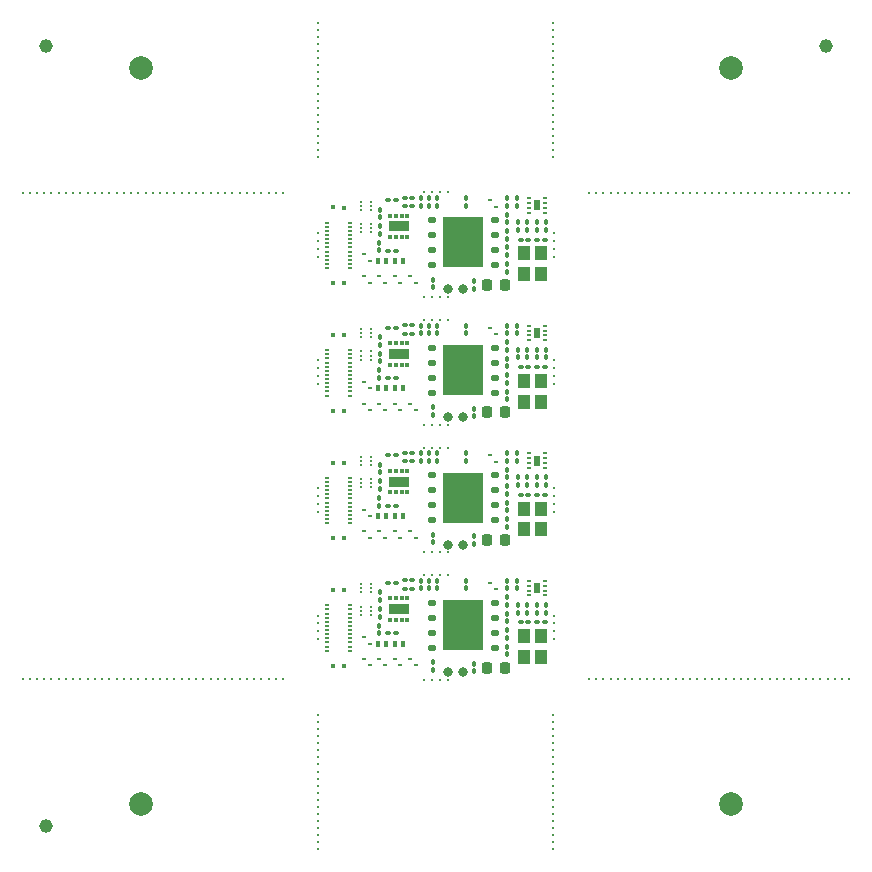
<source format=gbs>
G04 #@! TF.GenerationSoftware,KiCad,Pcbnew,8.0.8*
G04 #@! TF.CreationDate,2025-02-16T13:21:55-05:00*
G04 #@! TF.ProjectId,panel,70616e65-6c2e-46b6-9963-61645f706362,v0.0.0*
G04 #@! TF.SameCoordinates,Original*
G04 #@! TF.FileFunction,Soldermask,Bot*
G04 #@! TF.FilePolarity,Negative*
%FSLAX46Y46*%
G04 Gerber Fmt 4.6, Leading zero omitted, Abs format (unit mm)*
G04 Created by KiCad (PCBNEW 8.0.8) date 2025-02-16 13:21:55*
%MOMM*%
%LPD*%
G01*
G04 APERTURE LIST*
G04 Aperture macros list*
%AMRoundRect*
0 Rectangle with rounded corners*
0 $1 Rounding radius*
0 $2 $3 $4 $5 $6 $7 $8 $9 X,Y pos of 4 corners*
0 Add a 4 corners polygon primitive as box body*
4,1,4,$2,$3,$4,$5,$6,$7,$8,$9,$2,$3,0*
0 Add four circle primitives for the rounded corners*
1,1,$1+$1,$2,$3*
1,1,$1+$1,$4,$5*
1,1,$1+$1,$6,$7*
1,1,$1+$1,$8,$9*
0 Add four rect primitives between the rounded corners*
20,1,$1+$1,$2,$3,$4,$5,0*
20,1,$1+$1,$4,$5,$6,$7,0*
20,1,$1+$1,$6,$7,$8,$9,0*
20,1,$1+$1,$8,$9,$2,$3,0*%
G04 Aperture macros list end*
%ADD10C,0.300000*%
%ADD11C,1.152000*%
%ADD12C,2.000000*%
%ADD13R,1.000000X1.150000*%
%ADD14R,0.350000X0.600000*%
%ADD15RoundRect,0.100000X0.130000X0.100000X-0.130000X0.100000X-0.130000X-0.100000X0.130000X-0.100000X0*%
%ADD16RoundRect,0.125000X0.250000X0.125000X-0.250000X0.125000X-0.250000X-0.125000X0.250000X-0.125000X0*%
%ADD17R,3.400000X4.300000*%
%ADD18RoundRect,0.100000X0.100000X-0.130000X0.100000X0.130000X-0.100000X0.130000X-0.100000X-0.130000X0*%
%ADD19RoundRect,0.050000X0.050000X0.050000X-0.050000X0.050000X-0.050000X-0.050000X0.050000X-0.050000X0*%
%ADD20C,0.800000*%
%ADD21R,0.400000X0.200000*%
%ADD22R,0.500000X0.900000*%
%ADD23RoundRect,0.100000X-0.100000X0.130000X-0.100000X-0.130000X0.100000X-0.130000X0.100000X0.130000X0*%
%ADD24R,0.280000X0.100000*%
%ADD25R,0.350000X0.150000*%
%ADD26R,0.300000X0.450000*%
%ADD27R,1.700000X0.900000*%
%ADD28RoundRect,0.100000X-0.130000X-0.100000X0.130000X-0.100000X0.130000X0.100000X-0.130000X0.100000X0*%
%ADD29RoundRect,0.225000X0.225000X0.250000X-0.225000X0.250000X-0.225000X-0.250000X0.225000X-0.250000X0*%
%ADD30R,0.400000X0.180000*%
%ADD31R,0.385000X0.400000*%
G04 APERTURE END LIST*
D10*
G04 #@! TO.C,KiKit_MB_22_14*
X7962500Y-55600000D03*
G04 #@! TD*
G04 #@! TO.C,KiKit_MB_23_20*
X59587500Y-14400000D03*
G04 #@! TD*
G04 #@! TO.C,KiKit_MB_17_3*
X25050000Y-1200000D03*
G04 #@! TD*
G04 #@! TO.C,KiKit_MB_15_3*
X35333333Y-46770000D03*
G04 #@! TD*
G04 #@! TO.C,KiKit_MB_19_1*
X25050000Y-58600000D03*
G04 #@! TD*
G04 #@! TO.C,KiKit_MB_23_10*
X53462500Y-14400000D03*
G04 #@! TD*
G04 #@! TO.C,KiKit_MB_20_4*
X44950000Y-60400000D03*
G04 #@! TD*
G04 #@! TO.C,KiKit_MB_17_20*
X25050000Y-11400000D03*
G04 #@! TD*
G04 #@! TO.C,KiKit_MB_19_6*
X25050000Y-61600000D03*
G04 #@! TD*
G04 #@! TO.C,KiKit_MB_23_26*
X63262500Y-14400000D03*
G04 #@! TD*
G04 #@! TO.C,KiKit_MB_1_2*
X25020000Y-19133333D03*
G04 #@! TD*
G04 #@! TO.C,KiKit_MB_24_17*
X57750000Y-55600000D03*
G04 #@! TD*
G04 #@! TO.C,KiKit_MB_19_15*
X25050000Y-67000000D03*
G04 #@! TD*
G04 #@! TO.C,KiKit_MB_3_1*
X34000000Y-14370000D03*
G04 #@! TD*
G04 #@! TO.C,KiKit_MB_18_10*
X44950000Y-5400000D03*
G04 #@! TD*
G04 #@! TO.C,KiKit_MB_16_2*
X35333333Y-55630000D03*
G04 #@! TD*
G04 #@! TO.C,KiKit_MB_23_23*
X61425000Y-14400000D03*
G04 #@! TD*
G04 #@! TO.C,KiKit_MB_11_3*
X35333333Y-35970000D03*
G04 #@! TD*
G04 #@! TO.C,KiKit_MB_21_7*
X3675000Y-14400000D03*
G04 #@! TD*
G04 #@! TO.C,KiKit_MB_13_1*
X25020000Y-52200000D03*
G04 #@! TD*
G04 #@! TO.C,KiKit_MB_21_18*
X10412500Y-14400000D03*
G04 #@! TD*
G04 #@! TO.C,KiKit_MB_17_6*
X25050000Y-3000000D03*
G04 #@! TD*
G04 #@! TO.C,KiKit_MB_24_12*
X54687500Y-55600000D03*
G04 #@! TD*
G04 #@! TO.C,KiKit_MB_4_2*
X35333333Y-23230000D03*
G04 #@! TD*
G04 #@! TO.C,KiKit_MB_7_3*
X35333333Y-25170000D03*
G04 #@! TD*
G04 #@! TO.C,KiKit_MB_19_4*
X25050000Y-60400000D03*
G04 #@! TD*
G04 #@! TO.C,KiKit_MB_22_33*
X19600000Y-55600000D03*
G04 #@! TD*
G04 #@! TO.C,KiKit_MB_20_12*
X44950000Y-65200000D03*
G04 #@! TD*
G04 #@! TO.C,KiKit_MB_22_5*
X2450000Y-55600000D03*
G04 #@! TD*
G04 #@! TO.C,KiKit_MB_23_5*
X50400000Y-14400000D03*
G04 #@! TD*
G04 #@! TO.C,KiKit_MB_17_8*
X25050000Y-4200000D03*
G04 #@! TD*
G04 #@! TO.C,KiKit_MB_22_29*
X17150000Y-55600000D03*
G04 #@! TD*
G04 #@! TO.C,KiKit_MB_19_3*
X25050000Y-59800000D03*
G04 #@! TD*
G04 #@! TO.C,KiKit_MB_21_21*
X12250000Y-14400000D03*
G04 #@! TD*
G04 #@! TO.C,KiKit_MB_21_10*
X5512500Y-14400000D03*
G04 #@! TD*
G04 #@! TO.C,KiKit_MB_21_1*
X0Y-14400000D03*
G04 #@! TD*
G04 #@! TO.C,KiKit_MB_21_26*
X15312500Y-14400000D03*
G04 #@! TD*
G04 #@! TO.C,KiKit_MB_23_8*
X52237500Y-14400000D03*
G04 #@! TD*
G04 #@! TO.C,KiKit_MB_19_11*
X25050000Y-64600000D03*
G04 #@! TD*
G04 #@! TO.C,KiKit_MB_18_7*
X44950000Y-3600000D03*
G04 #@! TD*
G04 #@! TO.C,KiKit_MB_21_27*
X15925000Y-14400000D03*
G04 #@! TD*
G04 #@! TO.C,KiKit_MB_24_32*
X66937500Y-55600000D03*
G04 #@! TD*
G04 #@! TO.C,KiKit_MB_22_8*
X4287500Y-55600000D03*
G04 #@! TD*
G04 #@! TO.C,KiKit_MB_22_20*
X11637500Y-55600000D03*
G04 #@! TD*
G04 #@! TO.C,KiKit_MB_21_37*
X22050000Y-14400000D03*
G04 #@! TD*
G04 #@! TO.C,KiKit_MB_7_4*
X36000000Y-25170000D03*
G04 #@! TD*
G04 #@! TO.C,KiKit_MB_20_15*
X44950000Y-67000000D03*
G04 #@! TD*
G04 #@! TO.C,KiKit_MB_12_2*
X35333333Y-44830000D03*
G04 #@! TD*
G04 #@! TO.C,KiKit_MB_23_25*
X62650000Y-14400000D03*
G04 #@! TD*
G04 #@! TO.C,KiKit_MB_22_22*
X12862500Y-55600000D03*
G04 #@! TD*
G04 #@! TO.C,KiKit_MB_21_28*
X16537500Y-14400000D03*
G04 #@! TD*
G04 #@! TO.C,KiKit_MB_19_8*
X25050000Y-62800000D03*
G04 #@! TD*
G04 #@! TO.C,KiKit_MB_20_2*
X44950000Y-59200000D03*
G04 #@! TD*
G04 #@! TO.C,KiKit_MB_24_2*
X48562500Y-55600000D03*
G04 #@! TD*
G04 #@! TO.C,KiKit_MB_18_5*
X44950000Y-2400000D03*
G04 #@! TD*
G04 #@! TO.C,KiKit_MB_21_17*
X9800000Y-14400000D03*
G04 #@! TD*
G04 #@! TO.C,KiKit_MB_2_4*
X44980000Y-19800000D03*
G04 #@! TD*
G04 #@! TO.C,KiKit_MB_23_4*
X49787500Y-14400000D03*
G04 #@! TD*
G04 #@! TO.C,KiKit_MB_8_4*
X34000000Y-34030000D03*
G04 #@! TD*
G04 #@! TO.C,KiKit_MB_6_2*
X44980000Y-29266666D03*
G04 #@! TD*
G04 #@! TO.C,KiKit_MB_24_26*
X63262500Y-55600000D03*
G04 #@! TD*
G04 #@! TO.C,KiKit_MB_12_3*
X34666667Y-44830000D03*
G04 #@! TD*
G04 #@! TO.C,KiKit_MB_23_15*
X56525000Y-14400000D03*
G04 #@! TD*
G04 #@! TO.C,KiKit_MB_19_2*
X25050000Y-59200000D03*
G04 #@! TD*
G04 #@! TO.C,KiKit_MB_3_3*
X35333333Y-14370000D03*
G04 #@! TD*
G04 #@! TO.C,KiKit_MB_17_14*
X25050000Y-7800000D03*
G04 #@! TD*
G04 #@! TO.C,KiKit_MB_22_23*
X13475000Y-55600000D03*
G04 #@! TD*
G04 #@! TO.C,KiKit_MB_11_4*
X36000000Y-35970000D03*
G04 #@! TD*
G04 #@! TO.C,KiKit_MB_24_31*
X66325000Y-55600000D03*
G04 #@! TD*
G04 #@! TO.C,KiKit_MB_18_20*
X44950000Y-11400000D03*
G04 #@! TD*
G04 #@! TO.C,KiKit_MB_12_1*
X36000000Y-44830000D03*
G04 #@! TD*
G04 #@! TO.C,KiKit_MB_24_19*
X58975000Y-55600000D03*
G04 #@! TD*
D11*
G04 #@! TO.C,KiKit_TO_3*
X2000000Y-68000000D03*
G04 #@! TD*
D10*
G04 #@! TO.C,KiKit_MB_15_1*
X34000000Y-46770000D03*
G04 #@! TD*
G04 #@! TO.C,KiKit_MB_22_3*
X1225000Y-55600000D03*
G04 #@! TD*
G04 #@! TO.C,KiKit_MB_19_9*
X25050000Y-63400000D03*
G04 #@! TD*
G04 #@! TO.C,KiKit_MB_23_22*
X60812500Y-14400000D03*
G04 #@! TD*
G04 #@! TO.C,KiKit_MB_19_12*
X25050000Y-65200000D03*
G04 #@! TD*
G04 #@! TO.C,KiKit_MB_22_6*
X3062500Y-55600000D03*
G04 #@! TD*
G04 #@! TO.C,KiKit_MB_20_17*
X44950000Y-68200000D03*
G04 #@! TD*
G04 #@! TO.C,KiKit_MB_20_16*
X44950000Y-67600000D03*
G04 #@! TD*
G04 #@! TO.C,KiKit_MB_19_19*
X25050000Y-69400000D03*
G04 #@! TD*
G04 #@! TO.C,KiKit_MB_21_19*
X11025000Y-14400000D03*
G04 #@! TD*
G04 #@! TO.C,KiKit_MB_17_18*
X25050000Y-10200000D03*
G04 #@! TD*
G04 #@! TO.C,KiKit_MB_17_15*
X25050000Y-8400000D03*
G04 #@! TD*
G04 #@! TO.C,KiKit_MB_13_4*
X25020000Y-50200000D03*
G04 #@! TD*
G04 #@! TO.C,KiKit_MB_14_4*
X44980000Y-52200000D03*
G04 #@! TD*
G04 #@! TO.C,KiKit_MB_24_15*
X56525000Y-55600000D03*
G04 #@! TD*
G04 #@! TO.C,KiKit_MB_3_2*
X34666667Y-14370000D03*
G04 #@! TD*
G04 #@! TO.C,KiKit_MB_23_7*
X51625000Y-14400000D03*
G04 #@! TD*
G04 #@! TO.C,KiKit_MB_24_27*
X63875000Y-55600000D03*
G04 #@! TD*
G04 #@! TO.C,KiKit_MB_4_1*
X36000000Y-23230000D03*
G04 #@! TD*
G04 #@! TO.C,KiKit_MB_21_12*
X6737500Y-14400000D03*
G04 #@! TD*
G04 #@! TO.C,KiKit_MB_18_18*
X44950000Y-10200000D03*
G04 #@! TD*
G04 #@! TO.C,KiKit_MB_22_32*
X18987500Y-55600000D03*
G04 #@! TD*
G04 #@! TO.C,KiKit_MB_4_3*
X34666667Y-23230000D03*
G04 #@! TD*
G04 #@! TO.C,KiKit_MB_18_16*
X44950000Y-9000000D03*
G04 #@! TD*
G04 #@! TO.C,KiKit_MB_20_8*
X44950000Y-62800000D03*
G04 #@! TD*
G04 #@! TO.C,KiKit_MB_21_8*
X4287500Y-14400000D03*
G04 #@! TD*
G04 #@! TO.C,KiKit_MB_22_19*
X11025000Y-55600000D03*
G04 #@! TD*
G04 #@! TO.C,KiKit_MB_2_3*
X44980000Y-19133333D03*
G04 #@! TD*
G04 #@! TO.C,KiKit_MB_20_14*
X44950000Y-66400000D03*
G04 #@! TD*
G04 #@! TO.C,KiKit_MB_23_13*
X55300000Y-14400000D03*
G04 #@! TD*
G04 #@! TO.C,KiKit_MB_16_3*
X34666667Y-55630000D03*
G04 #@! TD*
G04 #@! TO.C,KiKit_MB_21_16*
X9187500Y-14400000D03*
G04 #@! TD*
G04 #@! TO.C,KiKit_MB_21_6*
X3062500Y-14400000D03*
G04 #@! TD*
G04 #@! TO.C,KiKit_MB_23_37*
X70000000Y-14400000D03*
G04 #@! TD*
G04 #@! TO.C,KiKit_MB_18_11*
X44950000Y-6000000D03*
G04 #@! TD*
G04 #@! TO.C,KiKit_MB_20_5*
X44950000Y-61000000D03*
G04 #@! TD*
G04 #@! TO.C,KiKit_MB_19_20*
X25050000Y-70000000D03*
G04 #@! TD*
G04 #@! TO.C,KiKit_MB_20_13*
X44950000Y-65800000D03*
G04 #@! TD*
G04 #@! TO.C,KiKit_MB_20_19*
X44950000Y-69400000D03*
G04 #@! TD*
G04 #@! TO.C,KiKit_MB_18_9*
X44950000Y-4800000D03*
G04 #@! TD*
G04 #@! TO.C,KiKit_MB_23_2*
X48562500Y-14400000D03*
G04 #@! TD*
G04 #@! TO.C,KiKit_MB_23_36*
X69387500Y-14400000D03*
G04 #@! TD*
G04 #@! TO.C,KiKit_MB_18_1*
X44950000Y0D03*
G04 #@! TD*
G04 #@! TO.C,KiKit_MB_23_30*
X65712500Y-14400000D03*
G04 #@! TD*
G04 #@! TO.C,KiKit_MB_7_1*
X34000000Y-25170000D03*
G04 #@! TD*
G04 #@! TO.C,KiKit_MB_22_35*
X20825000Y-55600000D03*
G04 #@! TD*
G04 #@! TO.C,KiKit_MB_22_26*
X15312500Y-55600000D03*
G04 #@! TD*
G04 #@! TO.C,KiKit_MB_17_12*
X25050000Y-6600000D03*
G04 #@! TD*
G04 #@! TO.C,KiKit_MB_18_4*
X44950000Y-1800000D03*
G04 #@! TD*
G04 #@! TO.C,KiKit_MB_17_17*
X25050000Y-9600000D03*
G04 #@! TD*
G04 #@! TO.C,KiKit_MB_22_2*
X612500Y-55600000D03*
G04 #@! TD*
G04 #@! TO.C,KiKit_MB_24_20*
X59587500Y-55600000D03*
G04 #@! TD*
G04 #@! TO.C,KiKit_MB_23_11*
X54075000Y-14400000D03*
G04 #@! TD*
G04 #@! TO.C,KiKit_MB_2_1*
X44980000Y-17800000D03*
G04 #@! TD*
G04 #@! TO.C,KiKit_MB_21_20*
X11637500Y-14400000D03*
G04 #@! TD*
G04 #@! TO.C,KiKit_MB_24_7*
X51625000Y-55600000D03*
G04 #@! TD*
G04 #@! TO.C,KiKit_MB_20_1*
X44950000Y-58600000D03*
G04 #@! TD*
G04 #@! TO.C,KiKit_MB_16_4*
X34000000Y-55630000D03*
G04 #@! TD*
G04 #@! TO.C,KiKit_MB_24_29*
X65100000Y-55600000D03*
G04 #@! TD*
G04 #@! TO.C,KiKit_MB_22_30*
X17762500Y-55600000D03*
G04 #@! TD*
G04 #@! TO.C,KiKit_MB_23_24*
X62037500Y-14400000D03*
G04 #@! TD*
G04 #@! TO.C,KiKit_MB_24_6*
X51012500Y-55600000D03*
G04 #@! TD*
G04 #@! TO.C,KiKit_MB_23_14*
X55912500Y-14400000D03*
G04 #@! TD*
G04 #@! TO.C,KiKit_MB_17_16*
X25050000Y-9000000D03*
G04 #@! TD*
G04 #@! TO.C,KiKit_MB_5_1*
X25020000Y-30600000D03*
G04 #@! TD*
G04 #@! TO.C,KiKit_MB_18_15*
X44950000Y-8400000D03*
G04 #@! TD*
G04 #@! TO.C,KiKit_MB_1_1*
X25020000Y-19800000D03*
G04 #@! TD*
G04 #@! TO.C,KiKit_MB_8_3*
X34666667Y-34030000D03*
G04 #@! TD*
G04 #@! TO.C,KiKit_MB_24_3*
X49175000Y-55600000D03*
G04 #@! TD*
G04 #@! TO.C,KiKit_MB_21_34*
X20212500Y-14400000D03*
G04 #@! TD*
G04 #@! TO.C,KiKit_MB_22_12*
X6737500Y-55600000D03*
G04 #@! TD*
G04 #@! TO.C,KiKit_MB_24_18*
X58362500Y-55600000D03*
G04 #@! TD*
G04 #@! TO.C,KiKit_MB_19_18*
X25050000Y-68800000D03*
G04 #@! TD*
G04 #@! TO.C,KiKit_MB_22_21*
X12250000Y-55600000D03*
G04 #@! TD*
G04 #@! TO.C,KiKit_MB_6_4*
X44980000Y-30600000D03*
G04 #@! TD*
G04 #@! TO.C,KiKit_MB_17_5*
X25050000Y-2400000D03*
G04 #@! TD*
G04 #@! TO.C,KiKit_MB_18_19*
X44950000Y-10800000D03*
G04 #@! TD*
G04 #@! TO.C,KiKit_MB_13_3*
X25020000Y-50866666D03*
G04 #@! TD*
G04 #@! TO.C,KiKit_MB_18_12*
X44950000Y-6600000D03*
G04 #@! TD*
G04 #@! TO.C,KiKit_MB_21_24*
X14087500Y-14400000D03*
G04 #@! TD*
G04 #@! TO.C,KiKit_MB_23_19*
X58975000Y-14400000D03*
G04 #@! TD*
G04 #@! TO.C,KiKit_MB_5_4*
X25020000Y-28600000D03*
G04 #@! TD*
G04 #@! TO.C,KiKit_MB_23_18*
X58362500Y-14400000D03*
G04 #@! TD*
G04 #@! TO.C,KiKit_MB_23_35*
X68775000Y-14400000D03*
G04 #@! TD*
G04 #@! TO.C,KiKit_MB_19_13*
X25050000Y-65800000D03*
G04 #@! TD*
G04 #@! TO.C,KiKit_MB_13_2*
X25020000Y-51533333D03*
G04 #@! TD*
G04 #@! TO.C,KiKit_MB_21_3*
X1225000Y-14400000D03*
G04 #@! TD*
G04 #@! TO.C,KiKit_MB_22_7*
X3675000Y-55600000D03*
G04 #@! TD*
G04 #@! TO.C,KiKit_MB_21_33*
X19600000Y-14400000D03*
G04 #@! TD*
G04 #@! TO.C,KiKit_MB_21_22*
X12862500Y-14400000D03*
G04 #@! TD*
G04 #@! TO.C,KiKit_MB_24_14*
X55912500Y-55600000D03*
G04 #@! TD*
G04 #@! TO.C,KiKit_MB_8_2*
X35333333Y-34030000D03*
G04 #@! TD*
G04 #@! TO.C,KiKit_MB_20_10*
X44950000Y-64000000D03*
G04 #@! TD*
G04 #@! TO.C,KiKit_MB_22_18*
X10412500Y-55600000D03*
G04 #@! TD*
G04 #@! TO.C,KiKit_MB_22_15*
X8575000Y-55600000D03*
G04 #@! TD*
G04 #@! TO.C,KiKit_MB_19_14*
X25050000Y-66400000D03*
G04 #@! TD*
G04 #@! TO.C,KiKit_MB_15_4*
X36000000Y-46770000D03*
G04 #@! TD*
G04 #@! TO.C,KiKit_MB_20_7*
X44950000Y-62200000D03*
G04 #@! TD*
G04 #@! TO.C,KiKit_MB_21_4*
X1837500Y-14400000D03*
G04 #@! TD*
G04 #@! TO.C,KiKit_MB_23_29*
X65100000Y-14400000D03*
G04 #@! TD*
G04 #@! TO.C,KiKit_MB_21_35*
X20825000Y-14400000D03*
G04 #@! TD*
G04 #@! TO.C,KiKit_MB_21_30*
X17762500Y-14400000D03*
G04 #@! TD*
G04 #@! TO.C,KiKit_MB_17_2*
X25050000Y-600000D03*
G04 #@! TD*
G04 #@! TO.C,KiKit_MB_19_17*
X25050000Y-68200000D03*
G04 #@! TD*
G04 #@! TO.C,KiKit_MB_20_18*
X44950000Y-68800000D03*
G04 #@! TD*
G04 #@! TO.C,KiKit_MB_17_1*
X25050000Y0D03*
G04 #@! TD*
G04 #@! TO.C,KiKit_MB_9_4*
X25020000Y-39400000D03*
G04 #@! TD*
G04 #@! TO.C,KiKit_MB_24_11*
X54075000Y-55600000D03*
G04 #@! TD*
G04 #@! TO.C,KiKit_MB_3_4*
X36000000Y-14370000D03*
G04 #@! TD*
G04 #@! TO.C,KiKit_MB_22_9*
X4900000Y-55600000D03*
G04 #@! TD*
G04 #@! TO.C,KiKit_MB_19_5*
X25050000Y-61000000D03*
G04 #@! TD*
G04 #@! TO.C,KiKit_MB_24_8*
X52237500Y-55600000D03*
G04 #@! TD*
G04 #@! TO.C,KiKit_MB_18_6*
X44950000Y-3000000D03*
G04 #@! TD*
G04 #@! TO.C,KiKit_MB_17_19*
X25050000Y-10800000D03*
G04 #@! TD*
G04 #@! TO.C,KiKit_MB_24_33*
X67550000Y-55600000D03*
G04 #@! TD*
G04 #@! TO.C,KiKit_MB_24_21*
X60200000Y-55600000D03*
G04 #@! TD*
G04 #@! TO.C,KiKit_MB_14_1*
X44980000Y-50200000D03*
G04 #@! TD*
G04 #@! TO.C,KiKit_MB_9_1*
X25020000Y-41400000D03*
G04 #@! TD*
G04 #@! TO.C,KiKit_MB_14_3*
X44980000Y-51533333D03*
G04 #@! TD*
G04 #@! TO.C,KiKit_MB_12_4*
X34000000Y-44830000D03*
G04 #@! TD*
G04 #@! TO.C,KiKit_MB_1_3*
X25020000Y-18466667D03*
G04 #@! TD*
G04 #@! TO.C,KiKit_MB_23_21*
X60200000Y-14400000D03*
G04 #@! TD*
G04 #@! TO.C,KiKit_MB_22_31*
X18375000Y-55600000D03*
G04 #@! TD*
G04 #@! TO.C,KiKit_MB_21_31*
X18375000Y-14400000D03*
G04 #@! TD*
G04 #@! TO.C,KiKit_MB_23_1*
X47950000Y-14400000D03*
G04 #@! TD*
G04 #@! TO.C,KiKit_MB_24_24*
X62037500Y-55600000D03*
G04 #@! TD*
G04 #@! TO.C,KiKit_MB_23_17*
X57750000Y-14400000D03*
G04 #@! TD*
G04 #@! TO.C,KiKit_MB_9_3*
X25020000Y-40066666D03*
G04 #@! TD*
G04 #@! TO.C,KiKit_MB_22_28*
X16537500Y-55600000D03*
G04 #@! TD*
G04 #@! TO.C,KiKit_MB_17_4*
X25050000Y-1800000D03*
G04 #@! TD*
G04 #@! TO.C,KiKit_MB_24_25*
X62650000Y-55600000D03*
G04 #@! TD*
G04 #@! TO.C,KiKit_MB_17_7*
X25050000Y-3600000D03*
G04 #@! TD*
G04 #@! TO.C,KiKit_MB_11_1*
X34000000Y-35970000D03*
G04 #@! TD*
G04 #@! TO.C,KiKit_MB_17_11*
X25050000Y-6000000D03*
G04 #@! TD*
G04 #@! TO.C,KiKit_MB_23_6*
X51012500Y-14400000D03*
G04 #@! TD*
G04 #@! TO.C,KiKit_MB_20_11*
X44950000Y-64600000D03*
G04 #@! TD*
G04 #@! TO.C,KiKit_MB_1_4*
X25020000Y-17800000D03*
G04 #@! TD*
G04 #@! TO.C,KiKit_MB_23_34*
X68162500Y-14400000D03*
G04 #@! TD*
G04 #@! TO.C,KiKit_MB_20_6*
X44950000Y-61600000D03*
G04 #@! TD*
G04 #@! TO.C,KiKit_MB_8_1*
X36000000Y-34030000D03*
G04 #@! TD*
G04 #@! TO.C,KiKit_MB_24_4*
X49787500Y-55600000D03*
G04 #@! TD*
G04 #@! TO.C,KiKit_MB_21_23*
X13475000Y-14400000D03*
G04 #@! TD*
G04 #@! TO.C,KiKit_MB_22_1*
X0Y-55600000D03*
G04 #@! TD*
G04 #@! TO.C,KiKit_MB_24_36*
X69387500Y-55600000D03*
G04 #@! TD*
G04 #@! TO.C,KiKit_MB_21_5*
X2450000Y-14400000D03*
G04 #@! TD*
G04 #@! TO.C,KiKit_MB_22_10*
X5512500Y-55600000D03*
G04 #@! TD*
G04 #@! TO.C,KiKit_MB_11_2*
X34666667Y-35970000D03*
G04 #@! TD*
D11*
G04 #@! TO.C,KiKit_TO_1*
X2000000Y-2000000D03*
G04 #@! TD*
D10*
G04 #@! TO.C,KiKit_MB_6_1*
X44980000Y-28600000D03*
G04 #@! TD*
G04 #@! TO.C,KiKit_MB_23_31*
X66325000Y-14400000D03*
G04 #@! TD*
G04 #@! TO.C,KiKit_MB_9_2*
X25020000Y-40733333D03*
G04 #@! TD*
G04 #@! TO.C,KiKit_MB_20_20*
X44950000Y-70000000D03*
G04 #@! TD*
G04 #@! TO.C,KiKit_MB_21_29*
X17150000Y-14400000D03*
G04 #@! TD*
G04 #@! TO.C,KiKit_MB_24_16*
X57137500Y-55600000D03*
G04 #@! TD*
G04 #@! TO.C,KiKit_MB_21_13*
X7350000Y-14400000D03*
G04 #@! TD*
G04 #@! TO.C,KiKit_MB_24_13*
X55300000Y-55600000D03*
G04 #@! TD*
G04 #@! TO.C,KiKit_MB_22_4*
X1837500Y-55600000D03*
G04 #@! TD*
G04 #@! TO.C,KiKit_MB_5_2*
X25020000Y-29933333D03*
G04 #@! TD*
G04 #@! TO.C,KiKit_MB_24_10*
X53462500Y-55600000D03*
G04 #@! TD*
G04 #@! TO.C,KiKit_MB_23_32*
X66937500Y-14400000D03*
G04 #@! TD*
G04 #@! TO.C,KiKit_MB_21_25*
X14700000Y-14400000D03*
G04 #@! TD*
G04 #@! TO.C,KiKit_MB_23_16*
X57137500Y-14400000D03*
G04 #@! TD*
G04 #@! TO.C,KiKit_MB_2_2*
X44980000Y-18466667D03*
G04 #@! TD*
G04 #@! TO.C,KiKit_MB_22_24*
X14087500Y-55600000D03*
G04 #@! TD*
G04 #@! TO.C,KiKit_MB_18_8*
X44950000Y-4200000D03*
G04 #@! TD*
G04 #@! TO.C,KiKit_MB_24_28*
X64487500Y-55600000D03*
G04 #@! TD*
G04 #@! TO.C,KiKit_MB_23_27*
X63875000Y-14400000D03*
G04 #@! TD*
G04 #@! TO.C,KiKit_MB_18_2*
X44950000Y-600000D03*
G04 #@! TD*
G04 #@! TO.C,KiKit_MB_21_14*
X7962500Y-14400000D03*
G04 #@! TD*
G04 #@! TO.C,KiKit_MB_17_9*
X25050000Y-4800000D03*
G04 #@! TD*
G04 #@! TO.C,KiKit_MB_21_9*
X4900000Y-14400000D03*
G04 #@! TD*
G04 #@! TO.C,KiKit_MB_22_16*
X9187500Y-55600000D03*
G04 #@! TD*
G04 #@! TO.C,KiKit_MB_19_10*
X25050000Y-64000000D03*
G04 #@! TD*
G04 #@! TO.C,KiKit_MB_23_3*
X49175000Y-14400000D03*
G04 #@! TD*
G04 #@! TO.C,KiKit_MB_22_11*
X6125000Y-55600000D03*
G04 #@! TD*
G04 #@! TO.C,KiKit_MB_21_11*
X6125000Y-14400000D03*
G04 #@! TD*
G04 #@! TO.C,KiKit_MB_17_10*
X25050000Y-5400000D03*
G04 #@! TD*
G04 #@! TO.C,KiKit_MB_22_36*
X21437500Y-55600000D03*
G04 #@! TD*
G04 #@! TO.C,KiKit_MB_18_14*
X44950000Y-7800000D03*
G04 #@! TD*
G04 #@! TO.C,KiKit_MB_23_33*
X67550000Y-14400000D03*
G04 #@! TD*
G04 #@! TO.C,KiKit_MB_17_13*
X25050000Y-7200000D03*
G04 #@! TD*
G04 #@! TO.C,KiKit_MB_19_7*
X25050000Y-62200000D03*
G04 #@! TD*
G04 #@! TO.C,KiKit_MB_24_30*
X65712500Y-55600000D03*
G04 #@! TD*
G04 #@! TO.C,KiKit_MB_24_23*
X61425000Y-55600000D03*
G04 #@! TD*
G04 #@! TO.C,KiKit_MB_21_2*
X612500Y-14400000D03*
G04 #@! TD*
G04 #@! TO.C,KiKit_MB_22_27*
X15925000Y-55600000D03*
G04 #@! TD*
G04 #@! TO.C,KiKit_MB_22_17*
X9800000Y-55600000D03*
G04 #@! TD*
G04 #@! TO.C,KiKit_MB_22_25*
X14700000Y-55600000D03*
G04 #@! TD*
G04 #@! TO.C,KiKit_MB_23_12*
X54687500Y-14400000D03*
G04 #@! TD*
G04 #@! TO.C,KiKit_MB_6_3*
X44980000Y-29933333D03*
G04 #@! TD*
D11*
G04 #@! TO.C,KiKit_TO_2*
X68000000Y-2000000D03*
G04 #@! TD*
D10*
G04 #@! TO.C,KiKit_MB_18_17*
X44950000Y-9600000D03*
G04 #@! TD*
G04 #@! TO.C,KiKit_MB_22_13*
X7350000Y-55600000D03*
G04 #@! TD*
G04 #@! TO.C,KiKit_MB_10_4*
X44980000Y-41400000D03*
G04 #@! TD*
G04 #@! TO.C,KiKit_MB_24_9*
X52850000Y-55600000D03*
G04 #@! TD*
G04 #@! TO.C,KiKit_MB_10_3*
X44980000Y-40733333D03*
G04 #@! TD*
G04 #@! TO.C,KiKit_MB_5_3*
X25020000Y-29266666D03*
G04 #@! TD*
G04 #@! TO.C,KiKit_MB_19_16*
X25050000Y-67600000D03*
G04 #@! TD*
G04 #@! TO.C,KiKit_MB_23_28*
X64487500Y-14400000D03*
G04 #@! TD*
G04 #@! TO.C,KiKit_MB_18_13*
X44950000Y-7200000D03*
G04 #@! TD*
G04 #@! TO.C,KiKit_MB_24_5*
X50400000Y-55600000D03*
G04 #@! TD*
G04 #@! TO.C,KiKit_MB_7_2*
X34666667Y-25170000D03*
G04 #@! TD*
G04 #@! TO.C,KiKit_MB_10_2*
X44980000Y-40066666D03*
G04 #@! TD*
G04 #@! TO.C,KiKit_MB_18_3*
X44950000Y-1200000D03*
G04 #@! TD*
G04 #@! TO.C,KiKit_MB_24_35*
X68775000Y-55600000D03*
G04 #@! TD*
G04 #@! TO.C,KiKit_MB_14_2*
X44980000Y-50866666D03*
G04 #@! TD*
G04 #@! TO.C,KiKit_MB_10_1*
X44980000Y-39400000D03*
G04 #@! TD*
G04 #@! TO.C,KiKit_MB_20_9*
X44950000Y-63400000D03*
G04 #@! TD*
G04 #@! TO.C,KiKit_MB_21_32*
X18987500Y-14400000D03*
G04 #@! TD*
G04 #@! TO.C,KiKit_MB_16_1*
X36000000Y-55630000D03*
G04 #@! TD*
G04 #@! TO.C,KiKit_MB_22_34*
X20212500Y-55600000D03*
G04 #@! TD*
G04 #@! TO.C,KiKit_MB_24_22*
X60812500Y-55600000D03*
G04 #@! TD*
G04 #@! TO.C,KiKit_MB_21_15*
X8575000Y-14400000D03*
G04 #@! TD*
G04 #@! TO.C,KiKit_MB_24_37*
X70000000Y-55600000D03*
G04 #@! TD*
G04 #@! TO.C,KiKit_MB_24_34*
X68162500Y-55600000D03*
G04 #@! TD*
G04 #@! TO.C,KiKit_MB_15_2*
X34666667Y-46770000D03*
G04 #@! TD*
G04 #@! TO.C,KiKit_MB_22_37*
X22050000Y-55600000D03*
G04 #@! TD*
G04 #@! TO.C,KiKit_MB_4_4*
X34000000Y-23230000D03*
G04 #@! TD*
G04 #@! TO.C,KiKit_MB_24_1*
X47950000Y-55600000D03*
G04 #@! TD*
G04 #@! TO.C,KiKit_MB_20_3*
X44950000Y-59800000D03*
G04 #@! TD*
G04 #@! TO.C,KiKit_MB_21_36*
X21437500Y-14400000D03*
G04 #@! TD*
G04 #@! TO.C,KiKit_MB_23_9*
X52850000Y-14400000D03*
G04 #@! TD*
D12*
G04 #@! TO.C,KiKit_FID_B_4*
X60000000Y-66150000D03*
G04 #@! TD*
D13*
G04 #@! TO.C,Y1*
X43870000Y-19535000D03*
X43870000Y-21285000D03*
X42470000Y-21285000D03*
X42470000Y-19535000D03*
G04 #@! TD*
D14*
G04 #@! TO.C,D5*
X31525000Y-52570000D03*
X32175000Y-52570000D03*
G04 #@! TD*
G04 #@! TO.C,D6*
X30775000Y-20170000D03*
X30125000Y-20170000D03*
G04 #@! TD*
D15*
G04 #@! TO.C,C20*
X32980000Y-26320000D03*
X32340000Y-26320000D03*
G04 #@! TD*
D16*
G04 #@! TO.C,U3*
X40030000Y-27505000D03*
X40030000Y-28775000D03*
X40030000Y-30045000D03*
X40030000Y-31315000D03*
X34630000Y-31315000D03*
X34630000Y-30045000D03*
X34630000Y-28775000D03*
X34630000Y-27505000D03*
D17*
X37330000Y-29410000D03*
G04 #@! TD*
D18*
G04 #@! TO.C,R15*
X41010000Y-26280000D03*
X41010000Y-25640000D03*
G04 #@! TD*
D12*
G04 #@! TO.C,KiKit_FID_B_1*
X10000000Y-3850000D03*
G04 #@! TD*
D19*
G04 #@! TO.C,Q4*
X29520000Y-36740000D03*
X29520000Y-37090000D03*
X29520000Y-37440000D03*
X28620000Y-37440000D03*
X28620000Y-37090000D03*
X28620000Y-36740000D03*
G04 #@! TD*
D20*
G04 #@! TO.C,J2*
X37330000Y-44180000D03*
G04 #@! TD*
D21*
G04 #@! TO.C,U1*
X44250000Y-36475000D03*
X44250000Y-36875000D03*
X44250000Y-37275000D03*
X44250000Y-37675000D03*
X42850000Y-37675000D03*
X42850000Y-37275000D03*
X42850000Y-36875000D03*
X42850000Y-36475000D03*
D22*
X43550000Y-37075000D03*
G04 #@! TD*
D19*
G04 #@! TO.C,Q3*
X29540000Y-27830000D03*
X29540000Y-28180000D03*
X29540000Y-28530000D03*
X28640000Y-28530000D03*
X28640000Y-28180000D03*
X28640000Y-27830000D03*
G04 #@! TD*
D18*
G04 #@! TO.C,C13*
X34780000Y-43990000D03*
X34780000Y-43350000D03*
G04 #@! TD*
D15*
G04 #@! TO.C,C20*
X32980000Y-15520000D03*
X32340000Y-15520000D03*
G04 #@! TD*
D23*
G04 #@! TO.C,C1*
X41830000Y-36440000D03*
X41830000Y-37080000D03*
G04 #@! TD*
D18*
G04 #@! TO.C,C11*
X41009891Y-29077149D03*
X41009891Y-28437149D03*
G04 #@! TD*
D23*
G04 #@! TO.C,R18*
X30240000Y-28040000D03*
X30240000Y-28680000D03*
G04 #@! TD*
D24*
G04 #@! TO.C,Q2*
X29420000Y-51950000D03*
X29420000Y-52250000D03*
D25*
X29390000Y-52570000D03*
D24*
X28880000Y-52650000D03*
X28880000Y-52350000D03*
D25*
X28910000Y-52020000D03*
G04 #@! TD*
D26*
G04 #@! TO.C,U6*
X32590000Y-50550000D03*
X32090000Y-50550000D03*
X31590000Y-50550000D03*
X31090000Y-50550000D03*
X31090000Y-48750000D03*
X31590000Y-48750000D03*
X32090000Y-48750000D03*
X32590000Y-48750000D03*
D27*
X31840000Y-49650000D03*
G04 #@! TD*
D23*
G04 #@! TO.C,R4*
X42740000Y-16900000D03*
X42740000Y-17540000D03*
G04 #@! TD*
D20*
G04 #@! TO.C,J2*
X37330000Y-22580000D03*
G04 #@! TD*
D19*
G04 #@! TO.C,Q4*
X29520000Y-15140000D03*
X29520000Y-15490000D03*
X29520000Y-15840000D03*
X28620000Y-15840000D03*
X28620000Y-15490000D03*
X28620000Y-15140000D03*
G04 #@! TD*
D20*
G04 #@! TO.C,J2*
X37330000Y-54980000D03*
G04 #@! TD*
D18*
G04 #@! TO.C,C11*
X41009891Y-18277149D03*
X41009891Y-17637149D03*
G04 #@! TD*
D23*
G04 #@! TO.C,R8*
X33710000Y-25640000D03*
X33710000Y-26280000D03*
G04 #@! TD*
D18*
G04 #@! TO.C,C6*
X41010000Y-52070000D03*
X41010000Y-51430000D03*
G04 #@! TD*
G04 #@! TO.C,C3*
X34410000Y-15480000D03*
X34410000Y-14840000D03*
G04 #@! TD*
D23*
G04 #@! TO.C,C1*
X41830000Y-14840000D03*
X41830000Y-15480000D03*
G04 #@! TD*
D18*
G04 #@! TO.C,R16*
X30220000Y-40880000D03*
X30220000Y-40240000D03*
G04 #@! TD*
G04 #@! TO.C,C3*
X34410000Y-47880000D03*
X34410000Y-47240000D03*
G04 #@! TD*
D24*
G04 #@! TO.C,Q7*
X32010000Y-53780000D03*
X32010000Y-54080000D03*
D25*
X31980000Y-54400000D03*
D24*
X31470000Y-54480000D03*
X31470000Y-54180000D03*
D25*
X31500000Y-53850000D03*
G04 #@! TD*
D24*
G04 #@! TO.C,Q7*
X32010000Y-32180000D03*
X32010000Y-32480000D03*
D25*
X31980000Y-32800000D03*
D24*
X31470000Y-32880000D03*
X31470000Y-32580000D03*
D25*
X31500000Y-32250000D03*
G04 #@! TD*
D24*
G04 #@! TO.C,Q1*
X40089896Y-14950000D03*
X40089896Y-15250000D03*
D25*
X40059896Y-15570000D03*
D24*
X39549896Y-15650000D03*
X39549896Y-15350000D03*
D25*
X39579896Y-15020000D03*
G04 #@! TD*
D23*
G04 #@! TO.C,R6*
X41010000Y-16240000D03*
X41010000Y-16880000D03*
G04 #@! TD*
D14*
G04 #@! TO.C,D6*
X30775000Y-41770000D03*
X30125000Y-41770000D03*
G04 #@! TD*
D23*
G04 #@! TO.C,R8*
X33710000Y-47240000D03*
X33710000Y-47880000D03*
G04 #@! TD*
D26*
G04 #@! TO.C,U6*
X32590000Y-28950000D03*
X32090000Y-28950000D03*
X31590000Y-28950000D03*
X31090000Y-28950000D03*
X31090000Y-27150000D03*
X31590000Y-27150000D03*
X32090000Y-27150000D03*
X32590000Y-27150000D03*
D27*
X31840000Y-28050000D03*
G04 #@! TD*
D18*
G04 #@! TO.C,C6*
X41010000Y-19670000D03*
X41010000Y-19030000D03*
G04 #@! TD*
D20*
G04 #@! TO.C,J1*
X36050000Y-33380000D03*
G04 #@! TD*
D24*
G04 #@! TO.C,Q8*
X33310000Y-42980000D03*
X33310000Y-43280000D03*
D25*
X33280000Y-43600000D03*
D24*
X32770000Y-43680000D03*
X32770000Y-43380000D03*
D25*
X32800000Y-43050000D03*
G04 #@! TD*
D15*
G04 #@! TO.C,R17*
X31590000Y-51710000D03*
X30950000Y-51710000D03*
G04 #@! TD*
D23*
G04 #@! TO.C,R18*
X30240000Y-38840000D03*
X30240000Y-39480000D03*
G04 #@! TD*
D15*
G04 #@! TO.C,R7*
X32980000Y-36420000D03*
X32340000Y-36420000D03*
G04 #@! TD*
D24*
G04 #@! TO.C,Q6*
X29410000Y-42980000D03*
X29410000Y-43280000D03*
D25*
X29380000Y-43600000D03*
D24*
X28870000Y-43680000D03*
X28870000Y-43380000D03*
D25*
X28900000Y-43050000D03*
G04 #@! TD*
D14*
G04 #@! TO.C,D6*
X30775000Y-30970000D03*
X30125000Y-30970000D03*
G04 #@! TD*
D28*
G04 #@! TO.C,R12*
X30940000Y-36640000D03*
X31580000Y-36640000D03*
G04 #@! TD*
G04 #@! TO.C,C4*
X43570000Y-39960000D03*
X44210000Y-39960000D03*
G04 #@! TD*
D19*
G04 #@! TO.C,Q3*
X29540000Y-17030000D03*
X29540000Y-17380000D03*
X29540000Y-17730000D03*
X28640000Y-17730000D03*
X28640000Y-17380000D03*
X28640000Y-17030000D03*
G04 #@! TD*
D23*
G04 #@! TO.C,R8*
X33710000Y-36440000D03*
X33710000Y-37080000D03*
G04 #@! TD*
G04 #@! TO.C,C16*
X38260000Y-54280000D03*
X38260000Y-54920000D03*
G04 #@! TD*
D28*
G04 #@! TO.C,C4*
X43570000Y-29160000D03*
X44210000Y-29160000D03*
G04 #@! TD*
D23*
G04 #@! TO.C,C1*
X41830000Y-47240000D03*
X41830000Y-47880000D03*
G04 #@! TD*
D18*
G04 #@! TO.C,C3*
X34410000Y-26280000D03*
X34410000Y-25640000D03*
G04 #@! TD*
D14*
G04 #@! TO.C,D6*
X30775000Y-52570000D03*
X30125000Y-52570000D03*
G04 #@! TD*
D23*
G04 #@! TO.C,R4*
X42740000Y-27700000D03*
X42740000Y-28340000D03*
G04 #@! TD*
D12*
G04 #@! TO.C,KiKit_FID_B_3*
X10000000Y-66150000D03*
G04 #@! TD*
D23*
G04 #@! TO.C,C5*
X41010000Y-52830000D03*
X41010000Y-53470000D03*
G04 #@! TD*
D24*
G04 #@! TO.C,Q6*
X29410000Y-21380000D03*
X29410000Y-21680000D03*
D25*
X29380000Y-22000000D03*
D24*
X28870000Y-22080000D03*
X28870000Y-21780000D03*
D25*
X28900000Y-21450000D03*
G04 #@! TD*
D18*
G04 #@! TO.C,C13*
X34780000Y-54790000D03*
X34780000Y-54150000D03*
G04 #@! TD*
D23*
G04 #@! TO.C,C5*
X41010000Y-31230000D03*
X41010000Y-31870000D03*
G04 #@! TD*
D14*
G04 #@! TO.C,D5*
X31525000Y-41770000D03*
X32175000Y-41770000D03*
G04 #@! TD*
D24*
G04 #@! TO.C,Q6*
X29410000Y-53780000D03*
X29410000Y-54080000D03*
D25*
X29380000Y-54400000D03*
D24*
X28870000Y-54480000D03*
X28870000Y-54180000D03*
D25*
X28900000Y-53850000D03*
G04 #@! TD*
D28*
G04 #@! TO.C,R12*
X30940000Y-15040000D03*
X31580000Y-15040000D03*
G04 #@! TD*
G04 #@! TO.C,C4*
X43570000Y-50760000D03*
X44210000Y-50760000D03*
G04 #@! TD*
D15*
G04 #@! TO.C,R17*
X31590000Y-30110000D03*
X30950000Y-30110000D03*
G04 #@! TD*
D18*
G04 #@! TO.C,R2*
X44320000Y-17540000D03*
X44320000Y-16900000D03*
G04 #@! TD*
D29*
G04 #@! TO.C,C2*
X40865000Y-43800000D03*
X39315000Y-43800000D03*
G04 #@! TD*
D18*
G04 #@! TO.C,R15*
X41010000Y-37080000D03*
X41010000Y-36440000D03*
G04 #@! TD*
D24*
G04 #@! TO.C,Q7*
X32010000Y-21380000D03*
X32010000Y-21680000D03*
D25*
X31980000Y-22000000D03*
D24*
X31470000Y-22080000D03*
X31470000Y-21780000D03*
D25*
X31500000Y-21450000D03*
G04 #@! TD*
D23*
G04 #@! TO.C,C16*
X38260000Y-32680000D03*
X38260000Y-33320000D03*
G04 #@! TD*
D21*
G04 #@! TO.C,U1*
X44250000Y-47275000D03*
X44250000Y-47675000D03*
X44250000Y-48075000D03*
X44250000Y-48475000D03*
X42850000Y-48475000D03*
X42850000Y-48075000D03*
X42850000Y-47675000D03*
X42850000Y-47275000D03*
D22*
X43550000Y-47875000D03*
G04 #@! TD*
D15*
G04 #@! TO.C,R5*
X42810000Y-29160000D03*
X42170000Y-29160000D03*
G04 #@! TD*
D18*
G04 #@! TO.C,C6*
X41010000Y-30470000D03*
X41010000Y-29830000D03*
G04 #@! TD*
D23*
G04 #@! TO.C,R18*
X30240000Y-49640000D03*
X30240000Y-50280000D03*
G04 #@! TD*
D18*
G04 #@! TO.C,R15*
X41010000Y-47880000D03*
X41010000Y-47240000D03*
G04 #@! TD*
G04 #@! TO.C,C6*
X41010000Y-41270000D03*
X41010000Y-40630000D03*
G04 #@! TD*
D23*
G04 #@! TO.C,R19*
X30240000Y-48240000D03*
X30240000Y-48880000D03*
G04 #@! TD*
G04 #@! TO.C,C16*
X38260000Y-43480000D03*
X38260000Y-44120000D03*
G04 #@! TD*
G04 #@! TO.C,R1*
X43560000Y-27700000D03*
X43560000Y-28340000D03*
G04 #@! TD*
D18*
G04 #@! TO.C,C13*
X34780000Y-22390000D03*
X34780000Y-21750000D03*
G04 #@! TD*
D28*
G04 #@! TO.C,R12*
X30940000Y-25840000D03*
X31580000Y-25840000D03*
G04 #@! TD*
D24*
G04 #@! TO.C,Q5*
X30710000Y-21380000D03*
X30710000Y-21680000D03*
D25*
X30680000Y-22000000D03*
D24*
X30170000Y-22080000D03*
X30170000Y-21780000D03*
D25*
X30200000Y-21450000D03*
G04 #@! TD*
D18*
G04 #@! TO.C,C15*
X35110000Y-37080000D03*
X35110000Y-36440000D03*
G04 #@! TD*
D19*
G04 #@! TO.C,Q3*
X29540000Y-49430000D03*
X29540000Y-49780000D03*
X29540000Y-50130000D03*
X28640000Y-50130000D03*
X28640000Y-49780000D03*
X28640000Y-49430000D03*
G04 #@! TD*
G04 #@! TO.C,Q3*
X29540000Y-38630000D03*
X29540000Y-38980000D03*
X29540000Y-39330000D03*
X28640000Y-39330000D03*
X28640000Y-38980000D03*
X28640000Y-38630000D03*
G04 #@! TD*
D26*
G04 #@! TO.C,U6*
X32590000Y-18150000D03*
X32090000Y-18150000D03*
X31590000Y-18150000D03*
X31090000Y-18150000D03*
X31090000Y-16350000D03*
X31590000Y-16350000D03*
X32090000Y-16350000D03*
X32590000Y-16350000D03*
D27*
X31840000Y-17250000D03*
G04 #@! TD*
D23*
G04 #@! TO.C,C5*
X41010000Y-20430000D03*
X41010000Y-21070000D03*
G04 #@! TD*
D24*
G04 #@! TO.C,Q8*
X33310000Y-32180000D03*
X33310000Y-32480000D03*
D25*
X33280000Y-32800000D03*
D24*
X32770000Y-32880000D03*
X32770000Y-32580000D03*
D25*
X32800000Y-32250000D03*
G04 #@! TD*
D24*
G04 #@! TO.C,Q1*
X40089896Y-47350000D03*
X40089896Y-47650000D03*
D25*
X40059896Y-47970000D03*
D24*
X39549896Y-48050000D03*
X39549896Y-47750000D03*
D25*
X39579896Y-47420000D03*
G04 #@! TD*
D24*
G04 #@! TO.C,Q5*
X30710000Y-32180000D03*
X30710000Y-32480000D03*
D25*
X30680000Y-32800000D03*
D24*
X30170000Y-32880000D03*
X30170000Y-32580000D03*
D25*
X30200000Y-32250000D03*
G04 #@! TD*
D24*
G04 #@! TO.C,Q5*
X30710000Y-53780000D03*
X30710000Y-54080000D03*
D25*
X30680000Y-54400000D03*
D24*
X30170000Y-54480000D03*
X30170000Y-54180000D03*
D25*
X30200000Y-53850000D03*
G04 #@! TD*
D23*
G04 #@! TO.C,R18*
X30240000Y-17240000D03*
X30240000Y-17880000D03*
G04 #@! TD*
G04 #@! TO.C,R4*
X42740000Y-38500000D03*
X42740000Y-39140000D03*
G04 #@! TD*
D24*
G04 #@! TO.C,Q8*
X33310000Y-21380000D03*
X33310000Y-21680000D03*
D25*
X33280000Y-22000000D03*
D24*
X32770000Y-22080000D03*
X32770000Y-21780000D03*
D25*
X32800000Y-21450000D03*
G04 #@! TD*
D15*
G04 #@! TO.C,R17*
X31590000Y-40910000D03*
X30950000Y-40910000D03*
G04 #@! TD*
D18*
G04 #@! TO.C,C11*
X41009891Y-50677149D03*
X41009891Y-50037149D03*
G04 #@! TD*
D14*
G04 #@! TO.C,D5*
X31525000Y-20170000D03*
X32175000Y-20170000D03*
G04 #@! TD*
D29*
G04 #@! TO.C,C2*
X40865000Y-22200000D03*
X39315000Y-22200000D03*
G04 #@! TD*
D18*
G04 #@! TO.C,C15*
X35110000Y-26280000D03*
X35110000Y-25640000D03*
G04 #@! TD*
G04 #@! TO.C,C12*
X37510000Y-47880000D03*
X37510000Y-47240000D03*
G04 #@! TD*
D23*
G04 #@! TO.C,R3*
X41980000Y-27700000D03*
X41980000Y-28340000D03*
G04 #@! TD*
D24*
G04 #@! TO.C,Q2*
X29420000Y-41150000D03*
X29420000Y-41450000D03*
D25*
X29390000Y-41770000D03*
D24*
X28880000Y-41850000D03*
X28880000Y-41550000D03*
D25*
X28910000Y-41220000D03*
G04 #@! TD*
D24*
G04 #@! TO.C,Q8*
X33310000Y-53780000D03*
X33310000Y-54080000D03*
D25*
X33280000Y-54400000D03*
D24*
X32770000Y-54480000D03*
X32770000Y-54180000D03*
D25*
X32800000Y-53850000D03*
G04 #@! TD*
D15*
G04 #@! TO.C,R17*
X31590000Y-19310000D03*
X30950000Y-19310000D03*
G04 #@! TD*
D23*
G04 #@! TO.C,R6*
X41010000Y-37840000D03*
X41010000Y-38480000D03*
G04 #@! TD*
G04 #@! TO.C,R3*
X41980000Y-38500000D03*
X41980000Y-39140000D03*
G04 #@! TD*
G04 #@! TO.C,C1*
X41830000Y-25640000D03*
X41830000Y-26280000D03*
G04 #@! TD*
D30*
G04 #@! TO.C,J3*
X27700000Y-27725000D03*
X27700000Y-28075000D03*
X27700000Y-28425000D03*
X27700000Y-28775000D03*
X27700000Y-29125000D03*
X27700000Y-29475000D03*
X27700000Y-29825000D03*
X27700000Y-30175000D03*
X27700000Y-30525000D03*
X27700000Y-30875000D03*
X27700000Y-31225000D03*
X27700000Y-31575000D03*
X25800000Y-31575000D03*
X25800000Y-31225000D03*
X25800000Y-30875000D03*
X25800000Y-30525000D03*
X25800000Y-30175000D03*
X25800000Y-29825000D03*
X25800000Y-29475000D03*
X25800000Y-29125000D03*
X25800000Y-28775000D03*
X25800000Y-28425000D03*
X25800000Y-28075000D03*
X25800000Y-27725000D03*
D31*
X27232000Y-26455000D03*
X26268000Y-26445000D03*
X27232000Y-32855000D03*
X26268000Y-32855000D03*
G04 #@! TD*
D24*
G04 #@! TO.C,Q2*
X29420000Y-30350000D03*
X29420000Y-30650000D03*
D25*
X29390000Y-30970000D03*
D24*
X28880000Y-31050000D03*
X28880000Y-30750000D03*
D25*
X28910000Y-30420000D03*
G04 #@! TD*
D15*
G04 #@! TO.C,R7*
X32980000Y-25620000D03*
X32340000Y-25620000D03*
G04 #@! TD*
D12*
G04 #@! TO.C,KiKit_FID_B_2*
X60000000Y-3850000D03*
G04 #@! TD*
D18*
G04 #@! TO.C,C12*
X37510000Y-15480000D03*
X37510000Y-14840000D03*
G04 #@! TD*
D13*
G04 #@! TO.C,Y1*
X43870000Y-30335000D03*
X43870000Y-32085000D03*
X42470000Y-32085000D03*
X42470000Y-30335000D03*
G04 #@! TD*
D18*
G04 #@! TO.C,R2*
X44320000Y-49940000D03*
X44320000Y-49300000D03*
G04 #@! TD*
D20*
G04 #@! TO.C,J1*
X36050000Y-22580000D03*
G04 #@! TD*
D18*
G04 #@! TO.C,C15*
X35110000Y-15480000D03*
X35110000Y-14840000D03*
G04 #@! TD*
G04 #@! TO.C,C12*
X37510000Y-26280000D03*
X37510000Y-25640000D03*
G04 #@! TD*
D30*
G04 #@! TO.C,J3*
X27700000Y-38525000D03*
X27700000Y-38875000D03*
X27700000Y-39225000D03*
X27700000Y-39575000D03*
X27700000Y-39925000D03*
X27700000Y-40275000D03*
X27700000Y-40625000D03*
X27700000Y-40975000D03*
X27700000Y-41325000D03*
X27700000Y-41675000D03*
X27700000Y-42025000D03*
X27700000Y-42375000D03*
X25800000Y-42375000D03*
X25800000Y-42025000D03*
X25800000Y-41675000D03*
X25800000Y-41325000D03*
X25800000Y-40975000D03*
X25800000Y-40625000D03*
X25800000Y-40275000D03*
X25800000Y-39925000D03*
X25800000Y-39575000D03*
X25800000Y-39225000D03*
X25800000Y-38875000D03*
X25800000Y-38525000D03*
D31*
X27232000Y-37255000D03*
X26268000Y-37245000D03*
X27232000Y-43655000D03*
X26268000Y-43655000D03*
G04 #@! TD*
D18*
G04 #@! TO.C,C13*
X34780000Y-33190000D03*
X34780000Y-32550000D03*
G04 #@! TD*
D24*
G04 #@! TO.C,Q2*
X29420000Y-19550000D03*
X29420000Y-19850000D03*
D25*
X29390000Y-20170000D03*
D24*
X28880000Y-20250000D03*
X28880000Y-19950000D03*
D25*
X28910000Y-19620000D03*
G04 #@! TD*
D18*
G04 #@! TO.C,R16*
X30220000Y-51680000D03*
X30220000Y-51040000D03*
G04 #@! TD*
G04 #@! TO.C,C15*
X35110000Y-47880000D03*
X35110000Y-47240000D03*
G04 #@! TD*
D30*
G04 #@! TO.C,J3*
X27700000Y-16925000D03*
X27700000Y-17275000D03*
X27700000Y-17625000D03*
X27700000Y-17975000D03*
X27700000Y-18325000D03*
X27700000Y-18675000D03*
X27700000Y-19025000D03*
X27700000Y-19375000D03*
X27700000Y-19725000D03*
X27700000Y-20075000D03*
X27700000Y-20425000D03*
X27700000Y-20775000D03*
X25800000Y-20775000D03*
X25800000Y-20425000D03*
X25800000Y-20075000D03*
X25800000Y-19725000D03*
X25800000Y-19375000D03*
X25800000Y-19025000D03*
X25800000Y-18675000D03*
X25800000Y-18325000D03*
X25800000Y-17975000D03*
X25800000Y-17625000D03*
X25800000Y-17275000D03*
X25800000Y-16925000D03*
D31*
X27232000Y-15655000D03*
X26268000Y-15645000D03*
X27232000Y-22055000D03*
X26268000Y-22055000D03*
G04 #@! TD*
D18*
G04 #@! TO.C,R16*
X30220000Y-30080000D03*
X30220000Y-29440000D03*
G04 #@! TD*
D24*
G04 #@! TO.C,Q1*
X40089896Y-36550000D03*
X40089896Y-36850000D03*
D25*
X40059896Y-37170000D03*
D24*
X39549896Y-37250000D03*
X39549896Y-36950000D03*
D25*
X39579896Y-36620000D03*
G04 #@! TD*
D18*
G04 #@! TO.C,C11*
X41009891Y-39877149D03*
X41009891Y-39237149D03*
G04 #@! TD*
D23*
G04 #@! TO.C,R19*
X30240000Y-15840000D03*
X30240000Y-16480000D03*
G04 #@! TD*
D19*
G04 #@! TO.C,Q4*
X29520000Y-25940000D03*
X29520000Y-26290000D03*
X29520000Y-26640000D03*
X28620000Y-26640000D03*
X28620000Y-26290000D03*
X28620000Y-25940000D03*
G04 #@! TD*
D15*
G04 #@! TO.C,R5*
X42810000Y-18360000D03*
X42170000Y-18360000D03*
G04 #@! TD*
D18*
G04 #@! TO.C,R2*
X44320000Y-39140000D03*
X44320000Y-38500000D03*
G04 #@! TD*
D30*
G04 #@! TO.C,J3*
X27700000Y-49325000D03*
X27700000Y-49675000D03*
X27700000Y-50025000D03*
X27700000Y-50375000D03*
X27700000Y-50725000D03*
X27700000Y-51075000D03*
X27700000Y-51425000D03*
X27700000Y-51775000D03*
X27700000Y-52125000D03*
X27700000Y-52475000D03*
X27700000Y-52825000D03*
X27700000Y-53175000D03*
X25800000Y-53175000D03*
X25800000Y-52825000D03*
X25800000Y-52475000D03*
X25800000Y-52125000D03*
X25800000Y-51775000D03*
X25800000Y-51425000D03*
X25800000Y-51075000D03*
X25800000Y-50725000D03*
X25800000Y-50375000D03*
X25800000Y-50025000D03*
X25800000Y-49675000D03*
X25800000Y-49325000D03*
D31*
X27232000Y-48055000D03*
X26268000Y-48045000D03*
X27232000Y-54455000D03*
X26268000Y-54455000D03*
G04 #@! TD*
D18*
G04 #@! TO.C,C12*
X37510000Y-37080000D03*
X37510000Y-36440000D03*
G04 #@! TD*
D28*
G04 #@! TO.C,C4*
X43570000Y-18360000D03*
X44210000Y-18360000D03*
G04 #@! TD*
D13*
G04 #@! TO.C,Y1*
X43870000Y-51935000D03*
X43870000Y-53685000D03*
X42470000Y-53685000D03*
X42470000Y-51935000D03*
G04 #@! TD*
D29*
G04 #@! TO.C,C2*
X40865000Y-33000000D03*
X39315000Y-33000000D03*
G04 #@! TD*
D16*
G04 #@! TO.C,U3*
X40030000Y-49105000D03*
X40030000Y-50375000D03*
X40030000Y-51645000D03*
X40030000Y-52915000D03*
X34630000Y-52915000D03*
X34630000Y-51645000D03*
X34630000Y-50375000D03*
X34630000Y-49105000D03*
D17*
X37330000Y-51010000D03*
G04 #@! TD*
D18*
G04 #@! TO.C,C3*
X34410000Y-37080000D03*
X34410000Y-36440000D03*
G04 #@! TD*
D19*
G04 #@! TO.C,Q4*
X29520000Y-47540000D03*
X29520000Y-47890000D03*
X29520000Y-48240000D03*
X28620000Y-48240000D03*
X28620000Y-47890000D03*
X28620000Y-47540000D03*
G04 #@! TD*
D21*
G04 #@! TO.C,U1*
X44250000Y-25675000D03*
X44250000Y-26075000D03*
X44250000Y-26475000D03*
X44250000Y-26875000D03*
X42850000Y-26875000D03*
X42850000Y-26475000D03*
X42850000Y-26075000D03*
X42850000Y-25675000D03*
D22*
X43550000Y-26275000D03*
G04 #@! TD*
D15*
G04 #@! TO.C,R5*
X42810000Y-50760000D03*
X42170000Y-50760000D03*
G04 #@! TD*
D23*
G04 #@! TO.C,R4*
X42740000Y-49300000D03*
X42740000Y-49940000D03*
G04 #@! TD*
G04 #@! TO.C,R6*
X41010000Y-27040000D03*
X41010000Y-27680000D03*
G04 #@! TD*
G04 #@! TO.C,C5*
X41010000Y-42030000D03*
X41010000Y-42670000D03*
G04 #@! TD*
D20*
G04 #@! TO.C,J2*
X37330000Y-33380000D03*
G04 #@! TD*
D21*
G04 #@! TO.C,U1*
X44250000Y-14875000D03*
X44250000Y-15275000D03*
X44250000Y-15675000D03*
X44250000Y-16075000D03*
X42850000Y-16075000D03*
X42850000Y-15675000D03*
X42850000Y-15275000D03*
X42850000Y-14875000D03*
D22*
X43550000Y-15475000D03*
G04 #@! TD*
D23*
G04 #@! TO.C,R6*
X41010000Y-48640000D03*
X41010000Y-49280000D03*
G04 #@! TD*
D15*
G04 #@! TO.C,R5*
X42810000Y-39960000D03*
X42170000Y-39960000D03*
G04 #@! TD*
D24*
G04 #@! TO.C,Q5*
X30710000Y-42980000D03*
X30710000Y-43280000D03*
D25*
X30680000Y-43600000D03*
D24*
X30170000Y-43680000D03*
X30170000Y-43380000D03*
D25*
X30200000Y-43050000D03*
G04 #@! TD*
D23*
G04 #@! TO.C,R1*
X43560000Y-49300000D03*
X43560000Y-49940000D03*
G04 #@! TD*
G04 #@! TO.C,C16*
X38260000Y-21880000D03*
X38260000Y-22520000D03*
G04 #@! TD*
D24*
G04 #@! TO.C,Q7*
X32010000Y-42980000D03*
X32010000Y-43280000D03*
D25*
X31980000Y-43600000D03*
D24*
X31470000Y-43680000D03*
X31470000Y-43380000D03*
D25*
X31500000Y-43050000D03*
G04 #@! TD*
D15*
G04 #@! TO.C,C20*
X32980000Y-47920000D03*
X32340000Y-47920000D03*
G04 #@! TD*
D24*
G04 #@! TO.C,Q6*
X29410000Y-32180000D03*
X29410000Y-32480000D03*
D25*
X29380000Y-32800000D03*
D24*
X28870000Y-32880000D03*
X28870000Y-32580000D03*
D25*
X28900000Y-32250000D03*
G04 #@! TD*
D20*
G04 #@! TO.C,J1*
X36050000Y-54980000D03*
G04 #@! TD*
D18*
G04 #@! TO.C,R15*
X41010000Y-15480000D03*
X41010000Y-14840000D03*
G04 #@! TD*
D23*
G04 #@! TO.C,R1*
X43560000Y-16900000D03*
X43560000Y-17540000D03*
G04 #@! TD*
D16*
G04 #@! TO.C,U3*
X40030000Y-16705000D03*
X40030000Y-17975000D03*
X40030000Y-19245000D03*
X40030000Y-20515000D03*
X34630000Y-20515000D03*
X34630000Y-19245000D03*
X34630000Y-17975000D03*
X34630000Y-16705000D03*
D17*
X37330000Y-18610000D03*
G04 #@! TD*
D23*
G04 #@! TO.C,R19*
X30240000Y-26640000D03*
X30240000Y-27280000D03*
G04 #@! TD*
D15*
G04 #@! TO.C,R7*
X32980000Y-47220000D03*
X32340000Y-47220000D03*
G04 #@! TD*
D26*
G04 #@! TO.C,U6*
X32590000Y-39750000D03*
X32090000Y-39750000D03*
X31590000Y-39750000D03*
X31090000Y-39750000D03*
X31090000Y-37950000D03*
X31590000Y-37950000D03*
X32090000Y-37950000D03*
X32590000Y-37950000D03*
D27*
X31840000Y-38850000D03*
G04 #@! TD*
D29*
G04 #@! TO.C,C2*
X40865000Y-54600000D03*
X39315000Y-54600000D03*
G04 #@! TD*
D14*
G04 #@! TO.C,D5*
X31525000Y-30970000D03*
X32175000Y-30970000D03*
G04 #@! TD*
D18*
G04 #@! TO.C,R16*
X30220000Y-19280000D03*
X30220000Y-18640000D03*
G04 #@! TD*
D23*
G04 #@! TO.C,R1*
X43560000Y-38500000D03*
X43560000Y-39140000D03*
G04 #@! TD*
G04 #@! TO.C,R19*
X30240000Y-37440000D03*
X30240000Y-38080000D03*
G04 #@! TD*
D15*
G04 #@! TO.C,C20*
X32980000Y-37120000D03*
X32340000Y-37120000D03*
G04 #@! TD*
D23*
G04 #@! TO.C,R3*
X41980000Y-16900000D03*
X41980000Y-17540000D03*
G04 #@! TD*
G04 #@! TO.C,R3*
X41980000Y-49300000D03*
X41980000Y-49940000D03*
G04 #@! TD*
D15*
G04 #@! TO.C,R7*
X32980000Y-14820000D03*
X32340000Y-14820000D03*
G04 #@! TD*
D28*
G04 #@! TO.C,R12*
X30940000Y-47440000D03*
X31580000Y-47440000D03*
G04 #@! TD*
D20*
G04 #@! TO.C,J1*
X36050000Y-44180000D03*
G04 #@! TD*
D23*
G04 #@! TO.C,R8*
X33710000Y-14840000D03*
X33710000Y-15480000D03*
G04 #@! TD*
D24*
G04 #@! TO.C,Q1*
X40089896Y-25750000D03*
X40089896Y-26050000D03*
D25*
X40059896Y-26370000D03*
D24*
X39549896Y-26450000D03*
X39549896Y-26150000D03*
D25*
X39579896Y-25820000D03*
G04 #@! TD*
D18*
G04 #@! TO.C,R2*
X44320000Y-28340000D03*
X44320000Y-27700000D03*
G04 #@! TD*
D13*
G04 #@! TO.C,Y1*
X43870000Y-41135000D03*
X43870000Y-42885000D03*
X42470000Y-42885000D03*
X42470000Y-41135000D03*
G04 #@! TD*
D16*
G04 #@! TO.C,U3*
X40030000Y-38305000D03*
X40030000Y-39575000D03*
X40030000Y-40845000D03*
X40030000Y-42115000D03*
X34630000Y-42115000D03*
X34630000Y-40845000D03*
X34630000Y-39575000D03*
X34630000Y-38305000D03*
D17*
X37330000Y-40210000D03*
G04 #@! TD*
M02*

</source>
